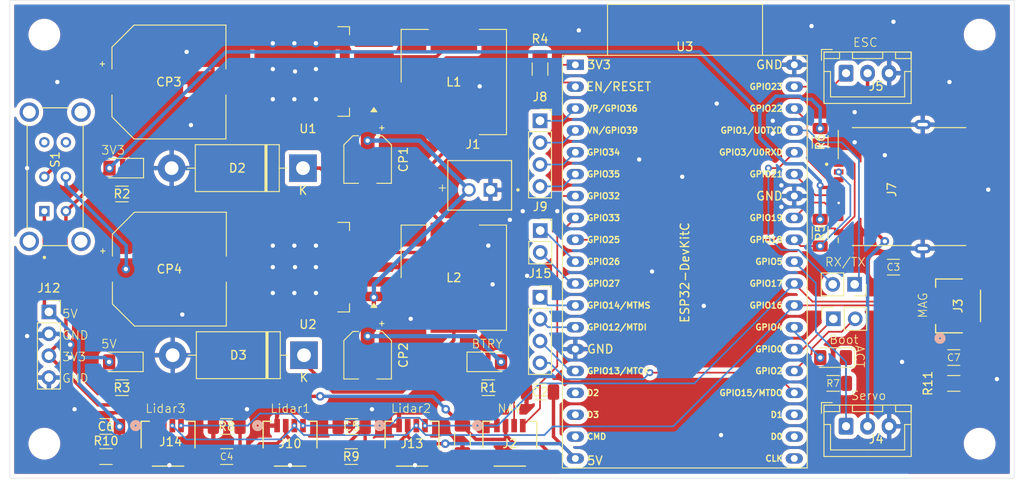
<source format=kicad_pcb>
(kicad_pcb (version 20240108) (generator "pcbnew") (generator_version "8.0")
  (layers (0 "F.Cu" signal) (31 "B.Cu" signal) (34 "B.Paste" user) (35 "F.Paste" user) (36 "B.SilkS" user "B.Silkscreen") (37 "F.SilkS" user "F.Silkscreen") (38 "B.Mask" user) (39 "F.Mask" user) (44 "Edge.Cuts" user))
  (net 0 "")
  (net 1 "GND")
  (net 2 "3V3")
  (net 3 "5V")
  (net 4 "BTRY")
  (net 5 "5V0")
  (net 6 "3V30")
  (net 7 "Net-(D2-K)")
  (net 8 "Net-(D3-K)")
  (net 9 "SCL1")
  (net 10 "SDA1")
  (net 11 "SCL2")
  (net 12 "SDA2")
  (net 13 "Net-(J4-Pin_1)")
  (net 14 "Net-(J4-Pin_2)")
  (net 15 "Net-(J5-Pin_1)")
  (net 19 "Net-(J7-CD{slash}DAT3)")
  (net 22 "Net-(J7-CD)")
  (net 24 "Net-(J7-CMD)")
  (net 26 "Net-(J7-CLK)")
  (net 27 "Net-(J7-DAT0{slash}RCLK+)")
  (net 32 "/ADC1_CH7")
  (net 33 "/ADC1_CH3")
  (net 34 "/ADC1_CH6")
  (net 35 "/ADC1_CH0")
  (net 36 "/DAC2")
  (net 37 "/DAC1")
  (net 38 "/TX")
  (net 39 "/Boot2")
  (net 40 "/RX")
  (net 41 "/Boot0")
  (net 42 "/GPIO12")
  (net 43 "/GPIO13")
  (net 44 "/GPIO15")
  (net 45 "/GPIO14")
  (net 46 "Net-(LED1-K)")
  (net 47 "Net-(LED2-K)")
  (net 48 "Net-(LED3-K)")
  (net 49 "/GPIO04")
  (net 50 "Net-(LED4-K)")
  (net 51 "Net-(U3-3V3)")
  (net 52 "Net-(U3-CHIP_PU)")
  (footprint "quiic_jst:CONN_SM04B-SRSS-TB_JST" (layer "F.Cu") (at 192.5 86.5 180)
    (property "Reference" "J2")
    (property "Value" "Nav Board")
  )
  (footprint "LED_SMD:LED_1206_3216Metric_Pad1.42x1.75mm_HandSolder" (layer "F.Cu") (at 230 76.5 180)
    (property "Reference" "LED4" (hide yes))
    (property "Value" "ACTIVITY")
  )
  (footprint "WE-PD:L_Wurth_WE-PD-1245" (layer "F.Cu") (at 186 67.225 90)
    (property "Reference" "L2")
    (property "Value" "100uH")
  )
  (footprint "Resistor_SMD:R_1206_3216Metric_Pad1.30x1.75mm_HandSolder" (layer "F.Cu") (at 244 79.5 180)
    (property "Reference" "R11")
    (property "Value" "DNP")
  )
  (footprint "Resistor_SMD:R_1206_3216Metric_Pad1.30x1.75mm_HandSolder" (layer "F.Cu") (at 228.5 51.45 90)
    (property "Reference" "R6")
    (property "Value" "10k")
  )
  (footprint "Diode_THT:D_DO-201AD_P15.24mm_Horizontal" (layer "F.Cu") (at 168.62 76.225 180)
    (property "Reference" "D3")
    (property "Value" "1N5822")
  )
  (footprint "Capacitor_SMD:C_1206_3216Metric_Pad1.33x1.80mm_HandSolder" (layer "F.Cu") (at 174.15 84.5 180)
    (property "Reference" "C5")
    (property "Value" "0.1uF")
  )
  (footprint "Resistor_SMD:R_1206_3216Metric_Pad1.30x1.75mm_HandSolder" (layer "F.Cu") (at 147.5 57.5 180)
    (property "Reference" "R2")
    (property "Value" "68")
  )
  (footprint "Connector_PinSocket_2.54mm:PinSocket_1x04_P2.54mm_Vertical" (layer "F.Cu") (at 139.025 71.2)
    (property "Reference" "J12")
    (property "Value" "PWR")
  )
  (footprint "switch_eg2201_dpdt:SW_EG2201B" (layer "F.Cu") (at 139.75 55.5 90)
    (property "Reference" "S1")
    (property "Value" "EG2201B")
  )
  (footprint "MountingHole:MountingHole_3.2mm_M3" (layer "F.Cu") (at 247 39)
    (property "Reference" "H2" (hide yes))
    (property "Value" "MountingHole")
  )
  (footprint "Capacitor_SMD:C_1206_3216Metric_Pad1.33x1.80mm_HandSolder" (layer "F.Cu") (at 196 80.5 180)
    (property "Reference" "C2")
    (property "Value" "0.1uF")
  )
  (footprint "Capacitor_SMD:C_1206_3216Metric_Pad1.33x1.80mm_HandSolder" (layer "F.Cu") (at 187 86 -90)
    (property "Reference" "C1" (hide yes))
    (property "Value" "0.1uF")
  )
  (footprint "WurthE:CP_Wurth_WCAP-PSLP-D5L5.5" (layer "F.Cu") (at 176 53.5 -90)
    (property "Reference" "CP1")
    (property "Value" "100uF")
  )
  (footprint "Resistor_SMD:R_1206_3216Metric_Pad1.30x1.75mm_HandSolder" (layer "F.Cu") (at 159.65 84.5)
    (property "Reference" "R8")
    (property "Value" "DNP")
  )
  (footprint "MountingHole:MountingHole_3.2mm_M3" (layer "F.Cu") (at 247 86.5)
    (property "Reference" "H4" (hide yes))
    (property "Value" "MountingHole")
  )
  (footprint "WE-PD:L_Wurth_WE-PD-1245" (layer "F.Cu") (at 186 44.5 90)
    (property "Reference" "L1")
    (property "Value" "100uH")
  )
  (footprint "Package_TO_SOT_SMD:TO-263-5_TabPin3" (layer "F.Cu") (at 169.075 66 180)
    (property "Reference" "U2")
    (property "Value" "LM2576HVS-3.3")
  )
  (footprint "Capacitor_SMD:C_1206_3216Metric_Pad1.33x1.80mm_HandSolder" (layer "F.Cu") (at 159.65 88 180)
    (property "Reference" "C4")
    (property "Value" "0.1uF")
  )
  (footprint "MountingHole:MountingHole_3.2mm_M3" (layer "F.Cu") (at 138.5 39)
    (property "Reference" "H1" (hide yes))
    (property "Value" "MountingHole")
  )
  (footprint "Capacitor_SMD:C_1206_3216Metric_Pad1.33x1.80mm_HandSolder" (layer "F.Cu") (at 244 76.5)
    (property "Reference" "C7")
    (property "Value" "0.1uF")
  )
  (footprint "PCM_Espressif:ESP32-DevKitC" (layer "F.Cu") (at 200.1 42.5)
    (property "Reference" "U3")
    (property "Value" "ESP32-DevKitC")
  )
  (footprint "microsd:CUI_MSD4-2-A" (layer "F.Cu") (at 238 56.64425 90)
    (property "Reference" "J7")
    (property "Value" "MSD4-2-A")
  )
  (footprint "jst_xh:JST_B2B-XH-A" (layer "F.Cu") (at 189 56.5)
    (property "Reference" "J1")
    (property "Value" "BTRY IN")
  )
  (footprint "Connector_PinSocket_2.54mm:PinSocket_1x04_P2.54mm_Vertical" (layer "F.Cu") (at 196 49)
    (property "Reference" "J8")
    (property "Value" "ADCs")
  )
  (footprint "quiic_jst:CONN_SM04B-SRSS-TB_JST" (layer "F.Cu") (at 181.15 86.5 180)
    (property "Reference" "J13")
    (property "Value" "Lidar2")
  )
  (footprint "Resistor_SMD:R_1206_3216Metric_Pad1.30x1.75mm_HandSolder" (layer "F.Cu") (at 190 80)
    (property "Reference" "R1")
    (property "Value" "300")
  )
  (footprint "LED_SMD:LED_1206_3216Metric_Pad1.42x1.75mm_HandSolder" (layer "F.Cu") (at 189.9875 77)
    (property "Reference" "LED1" (hide yes))
    (property "Value" "BTRY PWR")
  )
  (footprint "Resistor_SMD:R_1206_3216Metric_Pad1.30x1.75mm_HandSolder" (layer "F.Cu") (at 230 79.5 180)
    (property "Reference" "R7")
    (property "Value" "150")
  )
  (footprint "Connector_PinSocket_2.54mm:PinSocket_1x02_P2.54mm_Vertical" (layer "F.Cu") (at 196.025 61.75)
    (property "Reference" "J9")
    (property "Value" "DACs")
  )
  (footprint "quiic_jst:CONN_SM04B-SRSS-TB_JST" (layer "F.Cu") (at 152.850001 86.5 180)
    (property "Reference" "J14")
    (property "Value" "Lidar3")
  )
  (footprint "WurthE:CP_Wurth_WCAP-ASLI-D12.5L14" (layer "F.Cu") (at 153 66.225)
    (property "Reference" "CP4")
    (property "Value" "1mF")
  )
  (footprint "Resistor_SMD:R_1206_3216Metric_Pad1.30x1.75mm_HandSolder" (layer "F.Cu") (at 228.5 62 90)
    (property "Reference" "R5")
    (property "Value" "10k")
  )
  (footprint "Diode_THT:D_DO-201AD_P15.24mm_Horizontal" (layer "F.Cu") (at 168.5 54.5 180)
    (property "Reference" "D2")
    (property "Value" "1N5822")
  )
  (footprint "LED_SMD:LED_1206_3216Metric_Pad1.42x1.75mm_HandSolder" (layer "F.Cu") (at 147.545 54.5 180)
    (property "Reference" "LED2" (hide yes))
    (property "Value" "3V3 PWR")
  )
  (footprint "Connector_PinSocket_2.54mm:PinSocket_1x02_P2.54mm_Vertical" (layer "F.Cu") (at 232.5 68 -90)
    (property "Reference" "J6" (hide yes))
    (property "Value" "RX/TX")
  )
  (footprint "Capacitor_SMD:C_1206_3216Metric_Pad1.33x1.80mm_HandSolder" (layer "F.Cu") (at 145.65 84.5 180)
    (property "Reference" "C6")
    (property "Value" "0.1uF")
  )
  (footprint "Resistor_SMD:R_1206_3216Metric_Pad1.30x1.75mm_HandSolder" (layer "F.Cu") (at 145.65 88)
    (property "Reference" "R10")
    (property "Value" "DNP")
  )
  (footprint "Resistor_SMD:R_1206_3216Metric_Pad1.30x1.75mm_HandSolder" (layer "F.Cu") (at 147.5 80 180)
    (property "Reference" "R3")
    (property "Value" "150")
  )
  (footprint "Package_TO_SOT_SMD:TO-263-5_TabPin3" (layer "F.Cu") (at 169.075 43.275 180)
    (property "Reference" "U1")
    (property "Value" "LM2576HVS-5")
  )
  (footprint "Connector_JST:JST_XH_B3B-XH-A_1x03_P2.50mm_Vertical" (layer "F.Cu") (at 231.5 43.475)
    (property "Reference" "J5")
    (property "Value" "ESC")
  )
  (footprint "Resistor_SMD:R_1206_3216Metric_Pad1.30x1.75mm_HandSolder" (layer "F.Cu") (at 174.1 88)
    (property "Reference" "R9")
    (property "Value" "DNP")
  )
  (footprint "WurthE:CP_Wurth_WCAP-ASLI-D12.5L14" (layer "F.Cu") (at 152.95 44.5)
    (property "Reference" "CP3")
    (property "Value" "1mF")
  )
  (footprint "Connector_PinSocket_2.54mm:PinSocket_1x02_P2.54mm_Vertical" (layer "F.Cu") (at 230.025 72 90)
    (property "Reference" "J16" (hide yes))
    (property "Value" "Boot")
  )
  (footprint "quiic_jst:CONN_SM04B-SRSS-TB_JST" (layer "F.Cu") (at 244.5 70.5 -90)
    (property "Reference" "J3")
    (property "Value" "Mageto")
  )
  (footprint "LED_SMD:LED_1206_3216Metric_Pad1.42x1.75mm_HandSolder" (layer "F.Cu") (at 147.5 77 180)
    (property "Reference" "LED3" (hide yes))
    (property "Value" "5V PWR")
  )
  (footprint "quiic_jst:CONN_SM04B-SRSS-TB_JST" (layer "F.Cu") (at 167 86.5 180)
    (property "Reference" "J10")
    (property "Value" "Lidar1")
  )
  (footprint "MountingHole:MountingHole_3.2mm_M3" (layer "F.Cu") (at 138.5 86.5)
    (property "Reference" "H3" (hide yes))
    (property "Value" "MountingHole")
  )
  (footprint "WurthE:CP_Wurth_WCAP-PSLP-D5L5.5" (layer "F.Cu") (at 176 76.225 -90)
    (property "Reference" "CP2")
    (property "Value" "100uF")
  )
  (footprint "Capacitor_SMD:C_1206_3216Metric_Pad1.33x1.80mm_HandSolder" (layer "F.Cu") (at 237 66)
    (property "Reference" "C3")
    (property "Value" "0.1uF")
  )
  (footprint "Connector_PinSocket_2.54mm:PinSocket_1x04_P2.54mm_Vertical" (layer "F.Cu") (at 196 69.5)
    (property "Reference" "J15")
    (property "Value" "GPIOs")
  )
  (footprint "Connector_JST:JST_XH_B3B-XH-A_1x03_P2.50mm_Vertical" (layer "F.Cu") (at 231.5 84.475)
    (property "Reference" "J4")
    (property "Value" "Servo")
  )
  (footprint "Resistor_SMD:R_1206_3216Metric_Pad1.30x1.75mm_HandSolder" (layer "F.Cu") (at 196 43 -90)
    (property "Reference" "R4")
    (property "Value" "10k")
  )
  (gr_rect (start 134.5 35) (end 251 90.5) (stroke (width 0.05)) (fill none) (layer "Edge.Cuts"))
  (gr_text "ESC" (at 232.25 40.5 0) (layer "F.SilkS") (effects (font (size 1 1) (thickness 0.1)) (justify left bottom)))
  (gr_text "BTRY" (at 188 75.5 0) (layer "F.SilkS") (effects (font (size 1 1) (thickness 0.1)) (justify left bottom)))
  (gr_text "GND" (at 140.5 79.5 0) (layer "F.SilkS") (effects (font (size 1 1) (thickness 0.1)) (justify left bottom)))
  (gr_text "+" (at 183.9875 57.3125 0) (layer "F.SilkS") (effects (font (size 1 1) (thickness 0.1)) (justify left bottom)))
  (gr_text "Servo" (at 232 81.5 0) (layer "F.SilkS") (effects (font (size 1 1) (thickness 0.1)) (justify left bottom)))
  (gr_text "MAG" (at 241 72 90) (layer "F.SilkS") (effects (font (size 1 1) (thickness 0.1)) (justify left bottom)))
  (gr_text "GND" (at 140.5 74.5 0) (layer "F.SilkS") (effects (font (size 1 1) (thickness 0.1)) (justify left bottom)))
  (gr_text "NAV" (at 191 83 0) (layer "F.SilkS") (effects (font (size 1 1) (thickness 0.1)) (justify left bottom)))
  (gr_text "5V" (at 140.5 72 0) (layer "F.SilkS") (effects (font (size 1 1) (thickness 0.1)) (justify left bottom)))
  (gr_text "Boot" (at 229.5 75 0) (layer "F.SilkS") (effects (font (size 1 1) (thickness 0.1)) (justify left bottom)))
  (gr_text "Lidar2" (at 178.65 83 0) (layer "F.SilkS") (effects (font (size 1 1) (thickness 0.1)) (justify left bottom)))
  (gr_text "ACT" (at 232.5 75 -90) (layer "F.SilkS") (effects (font (size 1 1) (thickness 0.1)) (justify left bottom)))
  (gr_text "3V3" (at 140.5 77 0) (layer "F.SilkS") (effects (font (size 1 1) (thickness 0.1)) (justify left bottom)))
  (gr_text "Lidar1" (at 164.65 83 0) (layer "F.SilkS") (effects (font (size 1 1) (thickness 0.1)) (justify left bottom)))
  (gr_text "RX/TX" (at 229 66 0) (layer "F.SilkS") (effects (font (size 1 1) (thickness 0.1)) (justify left bottom)))
  (gr_text "3V3" (at 145.025 53 0) (layer "F.SilkS") (effects (font (size 1 1) (thickness 0.1)) (justify left bottom)))
  (gr_text "Lidar3" (at 150.15 83 0) (layer "F.SilkS") (effects (font (size 1 1) (thickness 0.1)) (justify left bottom)))
  (gr_text "5V" (at 145.025 75.5 0) (layer "F.SilkS") (effects (font (size 1 1) (thickness 0.1)) (justify left bottom)))
  (via (at 243.5 44.5) (size 1) (drill 0.5) (layers "F.Cu" "B.Cu") (net 1))
  (via (at 200.5 38.5) (size 1) (drill 0.5) (layers "F.Cu" "B.Cu") (net 1))
  (via (at 167.5 69) (size 1) (drill 0.5) (layers "F.Cu" "B.Cu") (net 1))
  (via (at 141.5 75) (size 1) (drill 0.5) (layers "F.Cu" "B.Cu") (net 1))
  (via (at 141.5 76.5) (size 1) (drill 0.5) (layers "F.Cu" "B.Cu") (net 1))
  (via (at 189 45) (size 1) (drill 0.5) (layers "F.Cu" "B.Cu") (net 1))
  (via (at 170 63.5) (size 1) (drill 0.5) (layers "F.Cu" "B.Cu") (net 1))
  (via (at 167.5 46.5) (size 1) (drill 0.5) (layers "F.Cu" "B.Cu") (net 1))
  (via (at 165 40) (size 1) (drill 0.5) (layers "F.Cu" "B.Cu") (net 1))
  (via (at 212.5 55.5) (size 1) (drill 0.5) (layers "F.Cu" "B.Cu") (net 1))
  (via (at 181.5 89) (size 1) (drill 0.5) (layers "F.Cu" "B.Cu") (net 1))
  (via (at 232.5 48) (size 1) (drill 0.5) (layers "F.Cu" "B.Cu") (net 1))
  (via (at 223 50.5) (size 1) (drill 0.5) (layers "F.Cu" "B.Cu") (net 1))
  (via (at 224 56.5) (size 1) (drill 0.5) (layers "F.Cu" "B.Cu") (net 1))
  (via (at 170 69) (size 1) (drill 0.5) (layers "F.Cu" "B.Cu") (net 1))
  (via (at 165 69) (size 1) (drill 0.5) (layers "F.Cu" "B.Cu") (net 1))
  (via (at 176.5 82.5) (size 1) (drill 0.5) (layers "F.Cu" "B.Cu") (net 1))
  (via (at 136.5 54.5) (size 1) (drill 0.5) (layers "F.Cu" "B.Cu") (net 1))
  (via (at 232.5 51.5) (size 1) (drill 0.5) (layers "F.Cu" "B.Cu") (net 1))
  (via (at 162 82.5) (size 1) (drill 0.5) (layers "F.Cu" "B.Cu") (net 1))
  (via (at 140 44.5) (size 1) (drill 0.5) (layers "F.Cu" "B.Cu") (net 1))
  (via (at 170 46.5) (size 1) (drill 0.5) (layers "F.Cu" "B.Cu") (net 1))
  (via (at 155 41) (size 1) (drill 0.5) (layers "F.Cu" "B.Cu") (net 1))
  (via (at 142 82.5) (size 1) (drill 0.5) (layers "F.Cu" "B.Cu") (net 1))
  (via (at 194.5 67) (size 1) (drill 0.5) (layers "F.Cu" "B.Cu") (net 1))
  (via (at 165 46.5) (size 1) (drill 0.5) (layers "F.Cu" "B.Cu") (net 1))
  (via (at 165 43) (size 1) (drill 0.5) (layers "F.Cu" "B.Cu") (net 1))
  (via (at 190.5 68) (size 1) (drill 0.5) (layers "F.Cu" "B.Cu") (net 1))
  (via (at 216.5 47) (size 1) (drill 0.5) (layers "F.Cu" "B.Cu") (net 1))
  (via (at 238 77) (size 1) (drill 0.5) (layers "F.Cu" "B.Cu") (net 1))
  (via (at 165 66) (size 1) (drill 0.5) (layers "F.Cu" "B.Cu") (net 1))
  (via (at 230.65 58.54425) (size 0.6) (drill 0.3) (layers "F.Cu" "B.Cu") (net 1))
  (via (at 190 63.5) (size 1) (drill 0.5) (layers "F.Cu" "B.Cu") (net 1))
  (via (at 167 89) (size 1) (drill 0.5) (layers "F.Cu" "B.Cu") (net 1))
  (via (at 217 85.5) (size 1) (drill 0.5) (layers "F.Cu" "B.Cu") (net 1))
  (via (at 223 49) (size 1) (drill 0.5) (layers "F.Cu" "B.Cu") (net 1))
  (via (at 153 89) (size 1) (drill 0.5) (layers "F.Cu" "B.Cu") (net 1))
  (via (at 215 70.5) (size 1) (drill 0.5) (layers "F.Cu" "B.Cu") (net 1))
  (via (at 165 63.5) (size 1) (drill 0.5) (layers "F.Cu" "B.Cu") (net 1))
  (via (at 136.5 74) (size 1) (drill 0.5) (layers "F.Cu" "B.Cu") (net 1))
  (via (at 236 53) (size 1) (drill 0.5) (layers "F.Cu" "B.Cu") (net 1))
  (via (at 194 59.5) (size 1) (drill 0.5) (layers "F.Cu" "B.Cu") (net 1))
  (via (at 167.5 40) (size 1) (drill 0.5) (layers "F.Cu" "B.Cu") (net 1))
  (via (at 192.5 60.5) (size 1) (drill 0.5) (layers "F.Cu" "B.Cu") (net 1))
  (via (at 249 79) (size 1) (drill 0.5) (layers "F.Cu" "B.Cu") (net 1))
  (via (at 227.5 38) (size 1) (drill 0.5) (layers "F.Cu" "B.Cu") (net 1))
  (via (at 224 59) (size 1) (drill 0.5) (layers "F.Cu" "B.Cu") (net 1))
  (via (at 170 43) (size 1) (drill 0.5) (layers "F.Cu" "B.Cu") (net 1))
  (via (at 209 66.5) (size 1) (drill 0.5) (layers "F.Cu" "B.Cu") (net 1))
  (via (at 167.575 43.275) (size 1) (drill 0.5) (layers "F.Cu" "B.Cu") (net 1))
  (via (at 155.5 49.5) (size 1) (drill 0.5) (layers "F.Cu" "B.Cu") (net 1))
  (via (at 167.575 66) (size 1) (drill 0.5) (layers "F.Cu" "B.Cu") (net 1))
  (via (at 181 72) (size 1) (drill 0.5) (layers "F.Cu" "B.Cu") (net 1))
  (via (at 170 66) (size 1) (drill 0.5) (layers "F.Cu" "B.Cu") (net 1))
  (via (at 248 57) (size 1) (drill 0.5) (layers "F.Cu" "B.Cu") (net 1))
  (via (at 198 59.5) (size 1) (drill 0.5) (layers "F.Cu" "B.Cu") (net 1))
  (via (at 207.5 53.5) (size 1) (drill 0.5) (layers "F.Cu" "B.Cu") (net 1))
  (via (at 237 37.5) (size 1) (drill 0.5) (layers "F.Cu" "B.Cu") (net 1))
  (via (at 154.5 71.5) (size 1) (drill 0.5) (layers "F.Cu" "B.Cu") (net 1))
  (via (at 167.5 63.5) (size 1) (drill 0.5) (layers "F.Cu" "B.Cu") (net 1))
  (via (at 170 40) (size 1) (drill 0.5) (layers "F.Cu" "B.Cu") (net 1))
  (segment (start 140.24 73.74) (end 141.5 75) (width 0.5) (layer "B.Cu") (net 1))
  (segment (start 139.025 73.74) (end 140.24 73.74) (width 0.5) (layer "B.Cu") (net 1))
  (segment (start 138.765 74) (end 136.5 74) (width 0.5) (layer "B.Cu") (net 1))
  (segment (start 139.025 73.74) (end 138.765 74) (width 0.5) (layer "B.Cu") (net 1))
  (segment (start 243.499999 70.999999) (end 244 71.5) (width 0.4) (layer "F.Cu") (net 2))
  (segment (start 139.025 76.28) (end 144.745 82) (width 0.4) (layer "F.Cu") (net 2))
  (segment (start 242.45 85.05) (end 242.45 79.5) (width 0.4) (layer "F.Cu") (net 2))
  (segment (start 242.4375 76.5) (end 242.4375 79.4875) (width 0.4) (layer "F.Cu") (net 2))
  (segment (start 196 86.5) (end 199 89.5) (width 0.4) (layer "F.Cu") (net 2))
  (segment (start 139.025 75.975) (end 139.025 76.28) (width 0.4) (layer "F.Cu") (net 2))
  (segment (start 152.4875 81) (end 170.5 81) (width 0.4) (layer "F.Cu") (net 2))
  (segment (start 187 84.4375) (end 188.5625 86) (width 0.4) (layer "F.Cu") (net 2))
  (segment (start 243.5 68) (end 244 68.5) (width 0.4) (layer "F.Cu") (net 2))
  (segment (start 244 70.499998) (end 243.499999 70.999999) (width 0.4) (layer "F.Cu") (net 2))
  (segment (start 244 71.5) (end 244 74.9375) (width 0.4) (layer "F.Cu") (net 2))
  (segment (start 192.000001 84.4015) (end 192.000001 85.500001) (width 0.4) (layer "F.Cu") (net 2))
  (segment (start 141 74) (end 139.025 75.975) (width 0.4) (layer "F.Cu") (net 2))
  (segment (start 235.4375 66) (end 237.4375 68) (width 0.4) (layer "F.Cu") (net 2))
  (segment (start 242.4015 70.999999) (end 243.499999 70.999999) (width 0.4) (layer "F.Cu") (net 2))
  (segment (start 242.4375 79.4875) (end 242.45 79.5) (width 0.4) (layer "F.Cu") (net 2))
  (segment (start 141.0575 59.5) (end 146.0575 54.5) (width 0.4) (layer "F.Cu") (net 2))
  (segment (start 228.5 56.5) (end 228.74425 56.74425) (width 0.4) (layer "F.Cu") (net 2))
  (segment (start 244 68.5) (end 244 70.499998) (width 0.4) (layer "F.Cu") (net 2))
  (segment (start 188.5625 86) (end 192 86) (width 0.4) (layer "F.Cu") (net 2))
  (segment (start 228.74425 56.74425) (end 230.65 56.74425) (width 0.4) (layer "F.Cu") (net 2))
  (segment (start 238 89.5) (end 242.45 85.05) (width 0.4) (layer "F.Cu") (net 2))
  (segment (start 185.0625 82.5) (end 187 84.4375) (width 0.4) (layer "F.Cu") (net 2))
  (segment (start 192 86) (end 192 84.401501) (width 0.4) (layer "F.Cu") (net 2))
  (segment (start 199 89.5) (end 238 89.5) (width 0.4) (layer "F.Cu") (net 2))
  (segment (start 141 59.5) (end 141.0575 59.5) (width 0.4) (layer "F.Cu") (net 2))
  (segment (start 144.745 82) (end 151.4875 82) (width 0.4) (layer "F.Cu") (net 2))
  (segment (start 192.000001 85.500001) (end 193 86.5) (width 0.4) (layer "F.Cu") (net 2))
  (segment (start 244 74.9375) (end 242.4375 76.5) (width 0.4) (layer "F.Cu") (net 2))
  (segment (start 141 59.5) (end 141 74) (width 0.4) (layer "F.Cu") (net 2))
  (segment (start 237.4375 68) (end 243.5 68) (width 0.4) (layer "F.Cu") (net 2))
  (segment (start 192 84.401501) (end 192.000001 84.4015) (width 0.4) (layer "F.Cu") (net 2))
  (segment (start 193 86.5) (end 196 86.5) (width 0.4) (layer "F.Cu") (net 2))
  (segment (start 151.4875 82) (end 152.4875 81) (width 0.4) (layer "F.Cu") (net 2))
  (via (at 228.5 49.9) (size 1) (drill 0.5) (layers "F.Cu" "B.Cu") (net 2))
  (via (at 185.0625 82.5) (size 1) (drill 0.5) (layers "F.Cu" "B.Cu") (net 2))
  (via (at 228.5 60.45) (size 1) (drill 0.5) (layers "F.Cu" "B.Cu") (net 2))
  (via (at 170.5 81) (size 1) (drill 0.5) (layers "F.Cu" "B.Cu") (net 2))
  (via (at 228.5 56.5) (size 0.8) (drill 0.4) (layers "F.Cu" "B.Cu") (net 2))
  (via (at 146.0575 54.5) (size 1) (drill 0.5) (layers "F.Cu" "B.Cu") (net 2))
  (segment (start 226.5 54) (end 224.5 54) (width 0.4) (layer "B.Cu") (net 2))
  (segment (start 228.5 56.5) (end 228.5 56) (width 0.4) (layer "B.Cu") (net 2))
  (segment (start 214.5 41) (end 221.5 48) (width 0.4) (layer "B.Cu") (net 2))
  (segment (start 228.5 49.9) (end 228.5 47.5) (width 0.4) (layer "B.Cu") (net 2))
  (segment (start 224.5 54) (end 221.5 51) (width 0.4) (layer "B.Cu") (net 2))
  (segment (start 228.5 47.5) (end 227.5 46.5) (width 0.4) (layer "B.Cu") (net 2))
  (segment (start 226.14 46.14) (end 223.36 46.14) (width 0.4) (layer "B.Cu") (net 2))
  (segment (start 228.5 60.45) (end 228.5 56.5) (width 0.4) (layer "B.Cu") (net 2))
  (segment (start 226.5 46.5) (end 226.14 46.14) (width 0.4) (layer "B.Cu") (net 2))
  (segment (start 227.5 46.5) (end 226.5 46.5) (width 0.4) (layer "B.Cu") (net 2))
  (segment (start 170.5 81) (end 183.5625 81) (width 0.4) (layer "B.Cu") (net 2))
  (segment (start 228.5 56) (end 226.5 54) (width 0.4) (layer "B.Cu") (net 2))
  (segment (start 183.5625 81) (end 185.0625 82.5) (width 0.4) (layer "B.Cu") (net 2))
  (segment (start 159.5575 41) (end 214.5 41) (width 0.4) (layer "B.Cu") (net 2))
  (segment (start 146.0575 54.5) (end 159.5575 41) (width 0.4) (layer "B.Cu") (net 2))
  (segment (start 223.36 46.14) (end 221.5 48) (width 0.4) (layer "B.Cu") (net 2))
  (segment (start 221.5 51) (end 221.5 48) (width 0.4) (layer "B.Cu") (net 2))
  (segment (start 197.5625 80.5) (end 197.5625 85.6825) (width 0.4) (layer "F.Cu") (net 3))
  (segment (start 161.2 84.5) (end 161.2 87.9875) (width 0.4) (layer "F.Cu") (net 3))
  (segment (start 147.2 88) (end 148 88) (width 0.4) (layer "F.Cu") (net 3))
  (segment (start 181.5 86.5) (end 185 86.5) (width 0.4) (layer "F.Cu") (net 3))
  (segment (start 175.7125 87.9375) (end 175.65 88) (width 0.4) (layer "F.Cu") (net 3))
  (segment (start 147.2125 87.9875) (end 147.2 88) (width 0.4) (layer "F.Cu") (net 3))
  (segment (start 175.7125 84.5) (end 173.7125 86.5) (width 0.4) (layer "F.Cu") (net 3))
  (segment (start 148 88) (end 149.5 86.5) (width 0.4) (layer "F.Cu") (net 3))
  (segment (start 149.5 86.5) (end 151.5 86.5) (width 0.4) (layer "F.Cu") (net 3))
  (segment (start 152.350002 84.4015) (end 152.350002 83.149998) (width 0.4) (layer "F.Cu") (net 3))
  (segment (start 180.650001 84.4015) (end 180.650001 85.650001) (width 0.4) (layer "F.Cu") (net 3))
  (segment (start 175.65 88) (end 177.15 86.5) (width 0.4) (layer "F.Cu") (net 3))
  (segment (start 161.2125 88) (end 162 88) (width 0.4) (layer "F.Cu") (net 3))
  (segment (start 159.2 82.5) (end 161.2 84.5) (width 0.4) (layer "F.Cu") (net 3))
  (segment (start 180.650001 85.650001) (end 181.5 86.5) (width 0.4) (layer "F.Cu") (net 3))
  (segment (start 165.5 86.5) (end 166.500001 85.499999) (width 0.4) (layer "F.Cu") (net 3))
  (segment (start 180.650001 85.349999) (end 180.650001 84.4015) (width 0.4) (layer "F.Cu") (net 3))
  (segment (start 163.5 86.5) (end 165.5 86.5) (width 0.4) (layer "F.Cu") (net 3))
  (segment (start 151.5 86.5) (end 152.350002 85.649998) (width 0.4) (layer "F.Cu") (net 3))
  (segment (start 138.5 59.5) (end 138.5 70.675) (width 0.4) (layer "F.Cu") (net 3))
  (segment (start 175.7125 84.5) (end 175.7125 87.9375) (width 0.4) (layer "F.Cu") (net 3))
  (segment (start 173.7125 86.5) (end 167.5 86.5) (width 0.4) (layer "F.Cu") (net 3))
  (segment (start 197.5625 85.6825) (end 200.1 88.22) (width 0.4) (layer "F.Cu") (net 3))
  (segment (start 177.15 86.5) (end 179.5 86.5) (width 0.4) (layer "F.Cu") (net 3))
  (segment (start 167.5 86.499998) (end 166.500001 85.499999) (width 0.4) (layer "F.Cu") (net 3))
  (segment (start 162 88) (end 163.5 86.5) (width 0.4) (layer "F.Cu") (net 3))
  (segment (start 147.2125 84.5) (end 147.2125 87.9875) (width 0.4) (layer "F.Cu") (net 3))
  (segment (start 152.350002 83.149998) (end 153 82.5) (width 0.4) (layer "F.Cu") (net 3))
  (segment (start 167.5 86.5) (end 167.5 86.499998) (width 0.4) (layer "F.Cu") (net 3))
  (segment (start 152.350002 85.649998) (end 152.350002 84.4015) (width 0.4) (layer "F.Cu") (net 3))
  (segment (start 166.500001 85.499999) (end 166.500001 84.4015) (width 0.4) (layer "F.Cu") (net 3))
  (segment (start 179.5 86.5) (end 180.650001 85.349999) (width 0.4) (layer "F.Cu") (net 3))
  (segment (start 138.5 70.675) (end 139.025 71.2) (width 0.4) (layer "F.Cu") (net 3))
  (segment (start 161.2 87.9875) (end 161.2125 88) (width 0.4) (layer "F.Cu") (net 3))
  (segment (start 153 82.5) (end 159.2 82.5) (width 0.4) (layer "F.Cu") (net 3))
  (via (at 147.2125 84.5) (size 1) (drill 0.5) (layers "F.Cu" "B.Cu") (net 3))
  (via (at 185 86.5) (size 1) (drill 0.5) (layers "F.Cu" "B.Cu") (net 3))
  (via (at 146.0125 77) (size 1) (drill 0.5) (layers "F.Cu" "B.Cu") (net 3))
  (segment (start 185 86.5) (end 198.38 86.5) (width 0.4) (layer "B.Cu") (net 3))
  (segment (start 147 84) (end 147 84.2875) (width 0.4) (layer "B.Cu") (net 3))
  (segment (start 139.025 71.2) (end 139.2 71.2) (width 0.4) (layer "B.Cu") (net 3))
  (segment (start 146.0125 77) (end 145.5125 76.5) (width 0.4) (layer "B.Cu") (net 3))
  (segment (start 142.5 74.5) (end 142.5 76.5) (width 0.4) (layer "B.Cu") (net 3))
  (segment (start 142.5 76.5) (end 142.5 79.5) (width 0.4) (layer "B.Cu") (net 3))
  (segment (start 198.38 86.5) (end 200.1 88.22) (width 0.4) (layer "B.Cu") (net 3))
  (segment (start 145.5125 76.5) (end 142.5 76.5) (width 0.4) (layer "B.Cu") (net 3))
  (segment (start 139.2 71.2) (end 142.5 74.5) (width 0.4) (layer "B.Cu") (net 3))
  (segment (start 147 84.2875) (end 147.2125 84.5) (width 0.4) (layer "B.Cu") (net 3))
  (segment (start 142.5 79.5) (end 147 84) (width 0.4) (layer "B.Cu") (net 3))
  (segment (start 176.725 69.5) (end 176.725 69.4) (width 0.5) (layer "F.Cu") (net 4))
  (segment (start 176.725 73.3) (end 176.725 69.5) (width 0.5) (layer "F.Cu") (net 4))
  (segment (start 176 74.025) (end 176.0125 74.0125) (width 0.5) (layer "F.Cu") (net 4))
  (segment (start 176.725 50.575) (end 176 51.3) (width 0.5) (layer "F.Cu") (net 4))
  (segment (start 176.725 46.675) (end 176.725 50.575) (width 0.5) (layer "F.Cu") (net 4))
  (segment (start 176.0125 74.0125) (end 176.725 73.3) (width 0.5) (layer "F.Cu") (net 4))
  (via (at 176 51.3) (size 1) (drill 0.5) (layers "F.Cu" "B.Cu") (net 4))
  (via (at 176.0125 74.0125) (size 1) (drill 0.5) (layers "F.Cu" "B.Cu") (net 4))
  (via (at 191.475 77) (size 1) (drill 0.5) (layers "F.Cu" "B.Cu") (net 4))
  (via (at 176.725 69.5) (size 1) (drill 0.5) (layers "F.Cu" "B.Cu") (net 4))
  (segment (start 176.725 69.5) (end 176.725 68.05) (width 0.5) (layer "B.Cu") (net 4))
  (segment (start 188.4875 74.0125) (end 191.475 77) (width 0.5) (layer "B.Cu") (net 4))
  (segment (start 176.725 68.05) (end 187.75 57.025) (width 0.5) (layer "B.Cu") (net 4))
  (segment (start 176.0125 74.0125) (end 188.4875 74.0125) (width 0.5) (layer "B.Cu") (net 4))
  (segment (start 182.025 51.3) (end 187.75 57.025) (width 0.5) (layer "B.Cu") (net 4))
  (segment (start 176 51.3) (end 182.025 51.3) (width 0.5) (layer "B.Cu") (net 4))
  (segment (start 186 39) (end 183.5 36.5) (width 0.4) (layer "F.Cu") (net 5))
  (segment (start 147.9 47.6) (end 147.9 44.5) (width 0.4) (layer "F.Cu") (net 5))
  (segment (start 186 39.55) (end 186 39) (width 0.4) (layer "F.Cu") (net 5))
  (segment (start 141.5 54) (end 147.9 47.6) (width 0.4) (layer "F.Cu") (net 5))
  (segment (start 176.725 41.575) (end 183.975 41.575) (width 0.4) (layer "F.Cu") (net 5))
  (segment (start 140 54) (end 141.5 54) (width 0.4) (layer "F.Cu") (net 5))
  (segment (start 138.5 55.5) (end 140 54) (width 0.4) (layer "F.Cu") (net 5))
  (segment (start 147.9 44.5) (end 155.9 36.5) (width 0.4) (layer "F.Cu") (net 5))
  (segment (start 183.975 41.575) (end 186 39.55) (width 0.4) (layer "F.Cu") (net 5))
  (segment (start 155.9 36.5) (end 183.5 36.5) (width 0.4) (layer "F.Cu") (net 5))
  (segment (start 176.725 64.3) (end 183.975 64.3) (width 0.4) (layer "F.Cu") (net 6))
  (segment (start 183.975 64.3) (end 186 62.275) (width 0.4) (layer "F.Cu") (net 6))
  (segment (start 183.225 59.5) (end 186 62.275) (width 0.4) (layer "F.Cu") (net 6))
  (segment (start 147.95 66.05) (end 154.5 59.5) (width 0.4) (layer "F.Cu") (net 6))
  (segment (start 147.95 66.225) (end 147.95 66.05) (width 0.4) (layer "F.Cu") (net 6))
  (segment (start 154.5 59.5) (end 183.225 59.5) (width 0.4) (layer "F.Cu") (net 6))
  (via (at 147.95 66.225) (size 1) (drill 0.5) (layers "F.Cu" "B.Cu") (net 6))
  (segment (start 141 56.5) (end 148 63.5) (width 0.4) (layer "B.Cu") (net 6))
  (segment (start 148 66.175) (end 147.95 66.225) (width 0.4) (layer "B.Cu") (net 6))
  (segment (start 148 63.5) (end 148 66.175) (width 0.4) (layer "B.Cu") (net 6))
  (segment (start 141 55.5) (end 141 56.5) (width 0.4) (layer "B.Cu") (net 6))
  (segment (start 179 58.5) (end 186 51.5) (width 0.4) (layer "F.Cu") (net 7))
  (segment (start 170.5 54.5) (end 174.5 58.5) (width 0.4) (layer "F.Cu") (net 7))
  (segment (start 176.725 44.975) (end 181.525 44.975) (width 0.4) (layer "F.Cu") (net 7))
  (segment (start 174.5 58.5) (end 179 58.5) (width 0.4) (layer "F.Cu") (net 7))
  (segment (start 168.5 54.5) (end 170.5 54.5) (width 0.4) (layer "F.Cu") (net 7))
  (segment (start 181.525 44.975) (end 186 49.45) (width 0.4) (layer "F.Cu") (net 7))
  (segment (start 186 51.5) (end 186 49.45) (width 0.4) (layer "F.Cu") (net 7))
  (segment (start 181.525 67.7) (end 186 72.175) (width 0.4) (layer "F.Cu") (net 8))
  (segment (start 180 80.5) (end 186 74.5) (width 0.4) (layer "F.Cu") (net 8))
  (segment (start 172 80.5) (end 180 80.5) (width 0.4) (layer "F.Cu") (net 8))
  (segment (start 168.62 77.12) (end 172 80.5) (width 0.4) (layer "F.Cu") (net 8))
  (segment (start 176.725 67.7) (end 181.525 67.7) (width 0.4) (layer "F.Cu") (net 8))
  (segment (start 186 74.5) (end 186 72.175) (width 0.4) (layer "F.Cu") (net 8))
  (segment (start 168.62 76.225) (end 168.62 77.12) (width 0.4) (layer "F.Cu") (net 8))
  (segment (start 196 82.4015) (end 196 79.5) (width 0.2) (layer "F.Cu") (net 9))
  (segment (start 198 62.38) (end 200.1 60.28) (width 0.2) (layer "F.Cu") (net 9))
  (segment (start 198 77.5) (end 198 62.38) (width 0.2) (layer "F.Cu") (net 9))
  (segment (start 196 79.5) (end 198 77.5) (width 0.2) (layer "F.Cu") (net 9))
  (segment (start 194 84.4015) (end 196 82.4015) (width 0.2) (layer "F.Cu") (net 9))
  (segment (start 197.26 57.74) (end 200.1 57.74) (width 0.2) (layer "F.Cu") (net 10))
  (segment (start 192.999999 84.4015) (end 192.999999 62.000001) (width 0.2) (layer "F.Cu") (net 10))
  (segment (start 192.999999 62.000001) (end 197.26 57.74) (width 0.2) (layer "F.Cu") (net 10))
  (segment (start 241 69) (end 242.4015 69) (width 0.2) (layer "F.Cu") (net 11))
  (segment (start 227.6 70) (end 240 70) (width 0.2) (layer "F.Cu") (net 11))
  (segment (start 225.5 67.9) (end 227.6 70) (width 0.2) (layer "F.Cu") (net 11))
  (segment (start 240 70) (end 241 69) (width 0.2) (layer "F.Cu") (net 11))
  (via (at 182.65 84.4015) (size 0.6) (drill 0.3) (layers "F.Cu" "B.Cu") (net 11))
  (via (at 154.350001 84.4015) (size 0.6) (drill 0.3) (layers "F.Cu" "B.Cu") (net 11))
  (via (at 168.5 84.4015) (size 0.6) (drill 0.3) (layers "F.Cu" "B.Cu") (net 11))
  (segment (start 191.0985 84.4015) (end 196 79.5) (width 0.2) (layer "B.Cu") (net 11))
  (segment (start 154.350001 84.4015) (end 162.0985 84.4015) (width 0.2) (layer "B.Cu") (net 11))
  (segment (start 163.5 83) (end 167.0985 83) (width 0.2) (layer "B.Cu") (net 11))
  (segment (start 168.5 84.4015) (end 178.5985 84.4015) (width 0.2) (layer "B.Cu") (net 11))
  (segment (start 182.65 84.4015) (end 191.0985 84.4015) (width 0.2) (layer "B.Cu") (net 11))
  (segment (start 162.0985 84.4015) (end 163.5 83) (width 0.2) (layer "B.Cu") (net 11))
  (segment (start 196 79.5) (end 213.9 79.5) (width 0.2) (layer "B.Cu") (net 11))
  (segment (start 182 83.5) (end 182.65 84.15) (width 0.2) (layer "B.Cu") (net 11))
  (segment (start 213.9 79.5) (end 225.5 67.9) (width 0.2) (layer "B.Cu") (net 11))
  (segment (start 182.65 84.15) (end 182.65 84.4015) (width 0.2) (layer "B.Cu") (net 11))
  (segment (start 167.0985 83) (end 168.5 84.4015) (width 0.2) (layer "B.Cu") (net 11))
  (segment (start 179.5 83.5) (end 182 83.5) (width 0.2) (layer "B.Cu") (net 11))
  (segment (start 178.5985 84.4015) (end 179.5 83.5) (width 0.2) (layer "B.Cu") (net 11))
  (segment (start 225.5 70.44) (end 240.94 70.44) (width 0.2) (layer "F.Cu") (net 12))
  (segment (start 240.94 70.44) (end 241.379999 70.000001) (width 0.2) (layer "F.Cu") (net 12))
  (segment (start 241.379999 70.000001) (end 242.4015 70.000001) (width 0.2) (layer "F.Cu") (net 12))
  (via (at 153.35 84.4015) (size 0.6) (drill 0.3) (layers "F.Cu" "B.Cu") (net 12))
  (via (at 167.499999 84.4015) (size 0.6) (drill 0.3) (layers "F.Cu" "B.Cu") (net 12))
  (via (at 181.649999 84.4015) (size 0.6) (drill 0.3) (layers "F.Cu" "B.Cu") (net 12))
  (segment (start 168.598499 85.5) (end 180.5 85.5) (width 0.2) (layer "B.Cu") (net 12))
  (segment (start 166 86) (end 167.499999 84.500001) (width 0.2) (layer "B.Cu") (net 12))
  (segment (start 196.5 85.5) (end 197.5 84.5) (width 0.2) (layer "B.Cu") (net 12))
  (segment (start 180.5 85.5) (end 181.5985 84.4015) (width 0.2) (layer "B.Cu") (net 12))
  (segment (start 167.499999 84.500001) (end 167.499999 84.4015) (width 0.2) (layer "B.Cu") (net 12))
  (segment (start 154.9485 86) (end 166 86) (width 0.2) (layer "B.Cu") (net 12))
  (segment (start 167.499999 84.4015) (end 168.598499 85.5) (width 0.2) (layer "B.Cu") (net 12))
  (segment (start 211.44 84.5) (end 225.5 70.44) (width 0.2) (layer "B.Cu") (net 12))
  (segment (start 181.5985 84.4015) (end 181.649999 84.4015) (width 0.2) (layer "B.Cu") (net 12))
  (segment (start 182.748499 85.5) (end 196.5 85.5) (width 0.2) (layer "B.Cu") (net 12))
  (segment (start 181.649999 84.4015) (end 182.748499 85.5) (width 0.2) (layer "B.Cu") (net 12))
  (segment (start 197.5 84.5) (end 211.44 84.5) (width 0.2) (layer "B.Cu") (net 12))
  (segment (start 153.35 84.4015) (end 154.9485 86) (width 0.2) (layer "B.Cu") (net 12))
  (segment (start 228 73.5) (end 228 67.86) (width 0.2) (layer "B.Cu") (net 13))
  (segment (start 228 67.86) (end 225.5 65.36) (width 0.2) (layer "B.Cu") (net 13))
  (segment (start 231.5 84.475) (end 231.5 77) (width 0.2) (layer "B.Cu") (net 13))
  (segment (start 231.5 77) (end 228 73.5) (width 0.2) (layer "B.Cu") (net 13))
  (segment (start 234 43.475) (end 234 61) (width 0.4) (layer "F.Cu") (net 14))
  (segment (start 234 61) (end 236 63) (width 0.4) (layer "F.Cu") (net 14))
  (via (at 236 63) (size 1) (drill 0.5) (layers "F.Cu" "B.Cu") (net 14))
  (segment (start 234 65) (end 234 84.475) (width 0.4) (layer "B.Cu") (net 14))
  (segment (start 236 63) (end 234 65) (width 0.4) (layer "B.Cu") (net 14))
  (segment (start 225.5 45.04) (end 229.935 45.04) (width 0.2) (layer "F.Cu") (net 15))
  (segment (start 229.935 45.04) (end 231.5 43.475) (width 0.2) (layer "F.Cu") (net 15))
  (segment (start 225.5 62.82) (end 226.23 63.55) (width 0.2) (layer "F.Cu") (net 19))
  (segment (start 226.23 63.55) (end 228.5 63.55) (width 0.2) (layer "F.Cu") (net 19))
  (via (at 230.65 54.94425) (size 0.8) (drill 0.4) (layers "F.Cu" "B.Cu") (net 19))
  (via (at 228.5 63.55) (size 1) (drill 0.5) (layers "F.Cu" "B.Cu") (net 19))
  (segment (start 230.65 55.15) (end 230.65 54.94425) (width 0.2) (layer "B.Cu") (net 19))
  (segment (start 228.5 63.55) (end 232 60.05) (width 0.2) (layer "B.Cu") (net 19))
  (segment (start 232 60.05) (end 232 56.5) (width 0.2) (layer "B.Cu") (net 19))
  (segment (start 232 56.5) (end 230.65 55.15) (width 0.2) (layer "B.Cu") (net 19))
  (segment (start 200.1 62.82) (end 223.18 62.82) (width 0.2) (layer "F.Cu") (net 22))
  (segment (start 228.5 53) (end 231.5 53) (width 0.2) (layer "F.Cu") (net 22))
  (segment (start 232.5 54) (end 232.5 60.09425) (width 0.2) (layer "F.Cu") (net 22))
  (segment (start 230.65 61.94425) (end 230.20575 61.5) (width 0.2) (layer "F.Cu") (net 22))
  (segment (start 231.5 53) (end 232.5 54) (width 0.2) (layer "F.Cu") (net 22))
  (segment (start 230.20575 61.5) (end 224.5 61.5) (width 0.2) (layer "F.Cu") (net 22))
  (segment (start 223.18 62.82) (end 224.5 61.5) (width 0.2) (layer "F.Cu") (net 22))
  (segment (start 232.5 60.09425) (end 230.65 61.94425) (width 0.2) (layer "F.Cu") (net 22))
  (segment (start 225.58 47.58) (end 225.5 47.58) (width 0.2) (layer "F.Cu") (net 24))
  (segment (start 227 53.5) (end 227 51) (width 0.2) (layer "F.Cu") (net 24))
  (segment (start 225.5 47.58) (end 227 49.08) (width 0.2) (layer "F.Cu") (net 24))
  (segment (start 227 49.5) (end 227 51) (width 0.2) (layer "F.Cu") (net 24))
  (segment (start 227 49.08) (end 227 49.5) (width 0.2) (layer "F.Cu") (net 24))
  (segment (start 230.65 55.84425) (end 229.34425 55.84425) (width 0.2) (layer "F.Cu") (net 24))
  (segment (start 229.34425 55.84425) (end 227 53.5) (width 0.2) (layer "F.Cu") (net 24))
  (segment (start 227.94425 57.64425) (end 230.65 57.64425) (width 0.2) (layer "F.Cu") (net 26))
  (segment (start 225.5 55.2) (end 227.94425 57.64425) (width 0.2) (layer "F.Cu") (net 26))
  (segment (start 229.94425 59.44425) (end 229 58.5) (width 0.2) (layer "F.Cu") (net 27))
  (segment (start 227.28 58.5) (end 229 58.5) (width 0.2) (layer "F.Cu") (net 27))
  (segment (start 225.5 60.28) (end 227.28 58.5) (width 0.2) (layer "F.Cu") (net 27))
  (segment (start 230.65 59.44425) (end 229.94425 59.44425) (width 0.2) (layer "F.Cu") (net 27))
  (segment (start 196 56.62) (end 198.68 56.62) (width 0.2) (layer "B.Cu") (net 32))
  (segment (start 198.68 56.62) (end 200.1 55.2) (width 0.2) (layer "B.Cu") (net 32))
  (segment (start 198.68 51.54) (end 200.1 50.12) (width 0.2) (layer "B.Cu") (net 33))
  (segment (start 196 51.54) (end 198.68 51.54) (width 0.2) (layer "B.Cu") (net 33))
  (segment (start 196 54.08) (end 198.68 54.08) (width 0.2) (layer "B.Cu") (net 34))
  (segment (start 198.68 54.08) (end 200.1 52.66) (width 0.2) (layer "B.Cu") (net 34))
  (segment (start 198.68 49) (end 200.1 47.58) (width 0.2) (layer "B.Cu") (net 35))
  (segment (start 196 49) (end 198.68 49) (width 0.2) (layer "B.Cu") (net 35))
  (segment (start 199.635 67.9) (end 200.1 67.9) (width 0.2) (layer "B.Cu") (net 36))
  (segment (start 196.025 64.29) (end 199.635 67.9) (width 0.2) (layer "B.Cu") (net 36))
  (segment (start 196.49 61.75) (end 200.1 65.36) (width 0.2) (layer "B.Cu") (net 37))
  (segment (start 196.025 61.75) (end 196.49 61.75) (width 0.2) (layer "B.Cu") (net 37))
  (segment (start 231 51.5) (end 233 53.5) (width 0.2) (layer "B.Cu") (net 38))
  (segment (start 225.5 50.12) (end 227.12 50.12) (width 0.2) (layer "B.Cu") (net 38))
  (segment (start 233 67.5) (end 232.5 68) (width 0.2) (layer "B.Cu") (net 38))
  (segment (start 228.5 51.5) (end 231 51.5) (width 0.2) (layer "B.Cu") (net 38))
  (segment (start 227.12 50.12) (end 228.5 51.5) (width 0.2) (layer "B.Cu") (net 38))
  (segment (start 233 53.5) (end 233 67.5) (width 0.2) (layer "B.Cu") (net 38))
  (segment (start 231 73.5) (end 232.5 72) (width 0.2) (layer "F.Cu") (net 39))
  (segment (start 227.5 75.5) (end 229.5 73.5) (width 0.2) (layer "F.Cu") (net 39))
  (segment (start 225.5 78.06) (end 227.5 76.06) (width 0.2) (layer "F.Cu") (net 39))
  (segment (start 229.5 73.5) (end 231 73.5) (width 0.2) (layer "F.Cu") (net 39))
  (segment (start 232.5 72) (end 232.565 72) (width 0.2) (layer "F.Cu") (net 39))
  (segment (start 227.5 76.06) (end 227.5 75.5) (width 0.2) (layer "F.Cu") (net 39))
  (segment (start 222.5 54.5) (end 223.66 54.5) (width 0.2) (layer "F.Cu") (net 40))
  (segment (start 223.66 54.5) (end 225.5 52.66) (width 0.2) (layer "F.Cu") (net 40))
  (via (at 222.5 54.5) (size 0.8) (drill 0.4) (layers "F.Cu" "B.Cu") (net 40))
  (segment (start 226.5 64.54) (end 226.5 64.5) (width 0.2) (layer "B.Cu") (net 40))
  (segment (start 229.96 68) (end 226.5 64.54) (width 0.2) (layer "B.Cu") (net 40))
  (segment (start 226.5 64.5) (end 226 64) (width 0.2) (layer "B.Cu") (net 40))
  (segment (start 222.5 62.5) (end 222.5 54.5) (width 0.2) (layer "B.Cu") (net 40))
  (segment (start 226 64) (end 224 64) (width 0.2) (layer "B.Cu") (net 40))
  (segment (start 224 64) (end 222.5 62.5) (width 0.2) (layer "B.Cu") (net 40))
  (segment (start 226.505 75.52) (end 230.025 72) (width 0.2) (layer "F.Cu") (net 41))
  (segment (start 225.5 75.52) (end 226.505 75.52) (width 0.2) (layer "F.Cu") (net 41))
  (segment (start 196.94 72.98) (end 200.1 72.98) (width 0.2) (layer "B.Cu") (net 42))
  (segment (start 196 72.04) (end 196.94 72.98) (width 0.2) (layer "B.Cu") (net 42))
  (segment (start 199.48 78.06) (end 200.1 78.06) (width 0.2) (layer "B.Cu") (net 43))
  (segment (start 196 74.58) (end 199.48 78.06) (width 0.2) (layer "B.Cu") (net 43))
  (segment (start 223.15 78.25) (end 225.5 80.6) (width 0.2) (layer "F.Cu") (net 44))
  (segment (start 208.75 78.25) (end 223.15 78.25) (width 0.2) (layer "F.Cu") (net 44))
  (via (at 208.75 78.25) (size 0.8) (drill 0.4) (layers "F.Cu" "B.Cu") (net 44))
  (segment (start 208.75 78.25) (end 209 78) (width 0.2) (layer "B.Cu") (net 44))
  (segment (start 196 77.12) (end 197.12 77.12) (width 0.2) (layer "B.Cu") (net 44))
  (segment (start 199 79) (end 208 79) (width 0.2) (layer "B.Cu") (net 44))
  (segment (start 197.12 77.12) (end 199 79) (width 0.2) (layer "B.Cu") (net 44))
  (segment (start 208 79) (end 208.75 78.25) (width 0.2) (layer "B.Cu") (net 44))
  (segment (start 196 69.5) (end 196.94 70.44) (width 0.2) (layer "B.Cu") (net 45))
  (segment (start 196.94 70.44) (end 200.1 70.44) (width 0.2) (layer "B.Cu") (net 45))
  (segment (start 188.5 79.95) (end 188.45 80) (width 0.4) (layer "F.Cu") (net 46))
  (segment (start 188.5 77) (end 188.5 79.95) (width 0.4) (layer "F.Cu") (net 46))
  (segment (start 149.0325 57.4825) (end 149.05 57.5) (width 0.4) (layer "F.Cu") (net 47))
  (segment (start 149.0325 54.5) (end 149.0325 57.4825) (width 0.4) (layer "F.Cu") (net 47))
  (segment (start 148.9875 79.9375) (end 149.05 80) (width 0.4) (layer "F.Cu") (net 48))
  (segment (start 148.9875 77) (end 148.9875 79.9375) (width 0.4) (layer "F.Cu") (net 48))
  (via (at 228.5125 76.5) (size 1) (drill 0.5) (layers "F.Cu" "B.Cu") (net 49))
  (segment (start 225.5 72.98) (end 225.5 73.4875) (width 0.2) (layer "B.Cu") (net 49))
  (segment (start 225.5 73.4875) (end 228.5125 76.5) (width 0.2) (layer "B.Cu") (net 49))
  (segment (start 231.4875 76.5) (end 231.4875 79.4375) (width 0.2) (layer "F.Cu") (net 50))
  (segment (start 231.4875 79.4375) (end 231.55 79.5) (width 0.2) (layer "F.Cu") (net 50))
  (segment (start 196 41.45) (end 197.05 42.5) (width 0.2) (layer "F.Cu") (net 51))
  (segment (start 197.05 42.5) (end 200.1 42.5) (width 0.2) (layer "F.Cu") (net 51))
  (segment (start 199.61 44.55) (end 200.1 45.04) (width 0.2) (layer "F.Cu") (net 52))
  (segment (start 196 44.55) (end 199.61 44.55) (width 0.2) (layer "F.Cu") (net 52))
  (zone (net 1) (net_name "GND") (layer "F.Cu") (connect_pads (clearance 0.5)) (min_thickness 0.25) (fill yes (thermal_gap 0.5) (thermal_bridge_width 0.5))
    (polygon (pts (xy 135 35.5) (xy 250.5 35.5) (xy 250.5 90) (xy 135 90)))
  )
  (zone (net 1) (net_name "GND") (layer "B.Cu") (priority 1) (connect_pads (clearance 0.5)) (min_thickness 0.25) (fill yes (thermal_gap 0.5) (thermal_bridge_width 0.5))
    (polygon (pts (xy 135 35.5) (xy 250.5 35.5) (xy 250.5 90) (xy 135 90)))
  )
)
</source>
